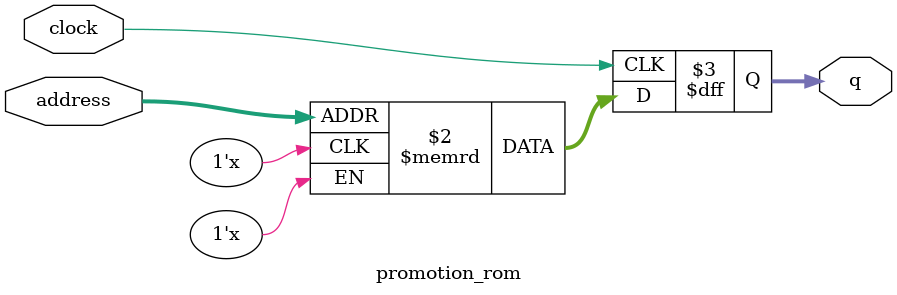
<source format=sv>
module promotion_rom (
	input logic clock,
	input logic [13:0] address,
	output logic [3:0] q
);

logic [3:0] memory [0:13584] /* synthesis ram_init_file = "./promotion/promotion.COE" */;

always_ff @ (posedge clock) begin
	q <= memory[address];
end

endmodule

</source>
